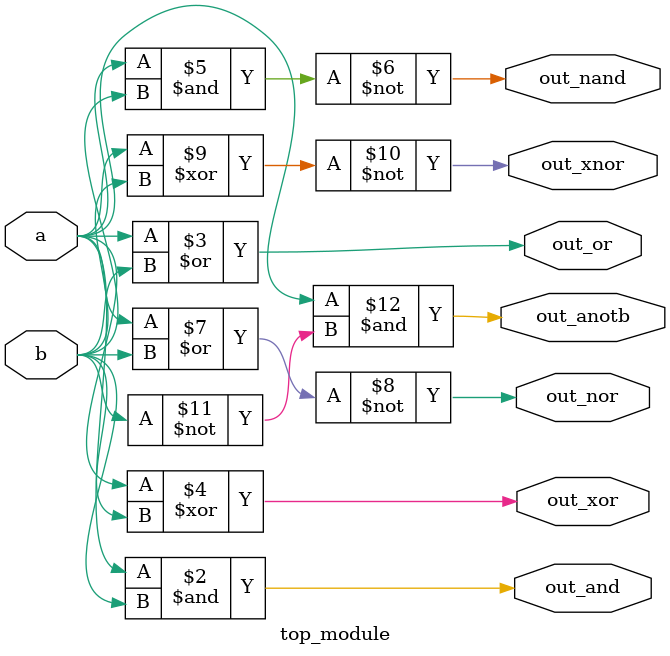
<source format=v>
module top_module( 
    input a, b,
    output out_and,
    output out_or,
    output out_xor,
    output out_nand,
    output out_nor,
    output out_xnor,
    output out_anotb
);
    always@(*)
        begin
            out_and = a&b;
            out_or = a|b;
            out_xor = a^b;
            out_nand = ~(a&b);
            out_nor = ~(a|b);
            out_xnor = ~(a^b);
            out_anotb = a&(~b);
        end
endmodule

</source>
